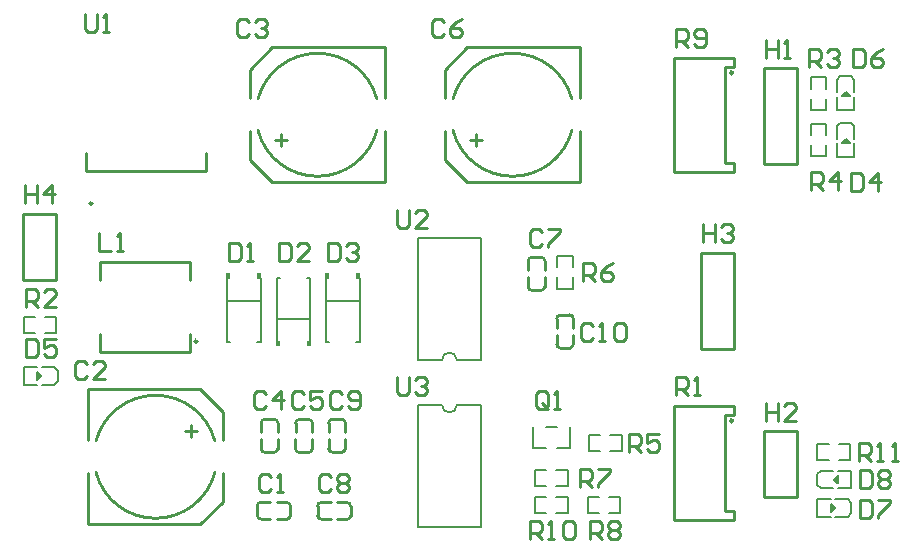
<source format=gto>
G04*
G04 #@! TF.GenerationSoftware,Altium Limited,Altium Designer,20.2.6 (244)*
G04*
G04 Layer_Color=65535*
%FSLAX24Y24*%
%MOIN*%
G70*
G04*
G04 #@! TF.SameCoordinates,601DEEF6-7E2B-4F85-A560-B3D03E394376*
G04*
G04*
G04 #@! TF.FilePolarity,Positive*
G04*
G01*
G75*
%ADD10C,0.0100*%
%ADD11C,0.0079*%
%ADD12C,0.0060*%
%ADD13C,0.0059*%
G36*
X20411Y37757D02*
X20543D01*
Y37577D01*
X20411D01*
Y37757D01*
D02*
G37*
G36*
X18768Y39843D02*
X18900D01*
Y40023D01*
X18768D01*
Y39843D01*
D02*
G37*
G36*
X19932D02*
X19800D01*
Y40023D01*
X19932D01*
Y39843D01*
D02*
G37*
G36*
X21574Y37757D02*
X21443D01*
Y37577D01*
X21574D01*
Y37757D01*
D02*
G37*
G36*
X22068Y39843D02*
X22200D01*
Y40023D01*
X22068D01*
Y39843D01*
D02*
G37*
G36*
X23232D02*
X23100D01*
Y40023D01*
X23232D01*
Y39843D01*
D02*
G37*
D10*
X21630Y35025D02*
G03*
X21508Y35147I-122J0D01*
G01*
X21193D02*
G03*
X21071Y35025I-0J-122D01*
G01*
X21505Y34047D02*
G03*
X21627Y34169I0J122D01*
G01*
X21068D02*
G03*
X21190Y34047I122J0D01*
G01*
X20480Y35025D02*
G03*
X20358Y35147I-122J0D01*
G01*
X20043D02*
G03*
X19921Y35025I-0J-122D01*
G01*
X20355Y34047D02*
G03*
X20477Y34169I0J122D01*
G01*
X19918D02*
G03*
X20040Y34047I122J0D01*
G01*
X29770Y37650D02*
G03*
X29892Y37528I122J0D01*
G01*
X30207D02*
G03*
X30329Y37650I0J122D01*
G01*
X29895Y38629D02*
G03*
X29773Y38507I-0J-122D01*
G01*
X30332D02*
G03*
X30210Y38629I-122J0D01*
G01*
X17800Y37750D02*
G03*
X17800Y37750I-50J0D01*
G01*
X23780Y45831D02*
G03*
X19820Y45831I-1980J-531D01*
G01*
Y44769D02*
G03*
X23780Y44769I1980J531D01*
G01*
X35650Y46700D02*
G03*
X35650Y46700I-50J0D01*
G01*
Y35100D02*
G03*
X35650Y35100I-50J0D01*
G01*
X14300Y42343D02*
G03*
X14300Y42343I-50J0D01*
G01*
X14420Y33369D02*
G03*
X18380Y33369I1980J531D01*
G01*
Y34431D02*
G03*
X14420Y34431I-1980J-531D01*
G01*
X22732Y35031D02*
G03*
X22610Y35153I-122J0D01*
G01*
X22295D02*
G03*
X22173Y35031I-0J-122D01*
G01*
X22607Y34053D02*
G03*
X22729Y34175I0J122D01*
G01*
X22170D02*
G03*
X22292Y34053I122J0D01*
G01*
X19919Y32382D02*
G03*
X19797Y32260I0J-122D01*
G01*
Y31945D02*
G03*
X19919Y31823I122J-0D01*
G01*
X20897Y32257D02*
G03*
X20775Y32379I-122J0D01*
G01*
Y31820D02*
G03*
X20897Y31942I0J122D01*
G01*
X22781Y31818D02*
G03*
X22903Y31940I0J122D01*
G01*
Y32255D02*
G03*
X22781Y32377I-122J0D01*
G01*
X21803Y31943D02*
G03*
X21925Y31821I122J-0D01*
G01*
Y32380D02*
G03*
X21803Y32258I0J-122D01*
G01*
X28818Y39569D02*
G03*
X28940Y39447I122J0D01*
G01*
X29255D02*
G03*
X29377Y39569I0J122D01*
G01*
X28943Y40547D02*
G03*
X28821Y40425I-0J-122D01*
G01*
X29380D02*
G03*
X29258Y40547I-122J0D01*
G01*
X30280Y45831D02*
G03*
X26320Y45831I-1980J-531D01*
G01*
Y44769D02*
G03*
X30280Y44769I1980J531D01*
G01*
X21627Y34169D02*
Y34484D01*
X21190Y34047D02*
X21505D01*
X21068Y34169D02*
Y34484D01*
X21630Y34710D02*
Y35025D01*
X21071Y34710D02*
Y35025D01*
X21193Y35147D02*
X21508D01*
X20477Y34169D02*
Y34484D01*
X20040Y34047D02*
X20355D01*
X19918Y34169D02*
Y34484D01*
X20480Y34710D02*
Y35025D01*
X19921Y34710D02*
Y35025D01*
X20043Y35147D02*
X20358D01*
X29773Y38192D02*
Y38507D01*
X29895Y38629D02*
X30210D01*
X30332Y38192D02*
Y38507D01*
X29770Y37650D02*
Y37965D01*
X30329Y37650D02*
Y37965D01*
X29892Y37528D02*
X30207D01*
X14550Y39800D02*
Y40400D01*
X17550Y39800D02*
Y40400D01*
Y37400D02*
Y38000D01*
X14550Y37400D02*
Y38000D01*
Y37400D02*
X17550D01*
X14550Y40400D02*
X17550D01*
X19550Y43800D02*
X20300Y43050D01*
X24050D01*
X19550Y45850D02*
Y46800D01*
X20300Y47550D01*
X24050D01*
Y43050D02*
Y44750D01*
X19550Y43800D02*
Y44750D01*
X24050Y45850D02*
Y47550D01*
X35400Y43700D02*
Y46900D01*
Y43700D02*
X35700D01*
X35400Y46900D02*
X35700D01*
Y47200D01*
Y43400D02*
Y43700D01*
X33700Y43400D02*
X35700D01*
X33700Y47200D02*
X35700D01*
X33700Y43400D02*
Y47200D01*
X12000Y42000D02*
X13100D01*
Y39800D02*
Y42000D01*
X12000Y39800D02*
Y42000D01*
Y39800D02*
X13100D01*
X35400Y32100D02*
Y35300D01*
Y32100D02*
X35700D01*
X35400Y35300D02*
X35700D01*
Y35600D01*
Y31800D02*
Y32100D01*
X33700Y31800D02*
X35700D01*
X33700Y35600D02*
X35700D01*
X33700Y31800D02*
Y35600D01*
X36700Y43650D02*
Y46850D01*
X37800Y43650D02*
Y46850D01*
X36700Y43650D02*
X37800D01*
X36700Y46850D02*
X37800D01*
X35700Y37500D02*
Y40700D01*
X34600Y37500D02*
Y40700D01*
X35700D01*
X34600Y37500D02*
X35700D01*
X36700Y34750D02*
X37800D01*
Y32550D02*
Y34750D01*
X36700Y32550D02*
Y34750D01*
Y32550D02*
X37800D01*
X14100Y43438D02*
Y44043D01*
Y43438D02*
X18100D01*
Y44043D01*
X17900Y36150D02*
X18650Y35400D01*
X14150Y36150D02*
X17900D01*
X18650Y32400D02*
Y33350D01*
X17900Y31650D02*
X18650Y32400D01*
X14150Y31650D02*
X17900D01*
X14150Y34450D02*
Y36150D01*
X18650Y34450D02*
Y35400D01*
X14150Y31650D02*
Y33350D01*
X22292Y34053D02*
X22607D01*
X22729Y34175D02*
Y34490D01*
X22170Y34175D02*
Y34490D01*
X22732Y34716D02*
Y35031D01*
X22295Y35153D02*
X22610D01*
X22173Y34716D02*
Y35031D01*
X20897Y31942D02*
Y32257D01*
X20460Y32379D02*
X20775D01*
X20460Y31820D02*
X20775D01*
X19919Y32382D02*
X20234D01*
X19797Y31945D02*
Y32260D01*
X19919Y31823D02*
X20234D01*
X21803Y31943D02*
Y32258D01*
X21925Y31821D02*
X22240D01*
X21925Y32380D02*
X22240D01*
X22466Y31818D02*
X22781D01*
X22903Y31940D02*
Y32255D01*
X22466Y32377D02*
X22781D01*
X28943Y40547D02*
X29258D01*
X28821Y40110D02*
Y40425D01*
X29380Y40110D02*
Y40425D01*
X28818Y39569D02*
Y39884D01*
X28940Y39447D02*
X29255D01*
X29377Y39569D02*
Y39884D01*
X26050Y43800D02*
X26800Y43050D01*
X30550D01*
X26050Y45850D02*
Y46800D01*
X26800Y47550D01*
X30550D01*
Y43050D02*
Y44750D01*
X26050Y43800D02*
Y44750D01*
X30550Y45850D02*
Y47550D01*
X21350Y36000D02*
X21250Y36100D01*
X21050D01*
X20950Y36000D01*
Y35600D01*
X21050Y35500D01*
X21250D01*
X21350Y35600D01*
X21950Y36100D02*
X21550D01*
Y35800D01*
X21750Y35900D01*
X21850D01*
X21950Y35800D01*
Y35600D01*
X21850Y35500D01*
X21650D01*
X21550Y35600D01*
X20100Y36000D02*
X20000Y36100D01*
X19800D01*
X19700Y36000D01*
Y35600D01*
X19800Y35500D01*
X20000D01*
X20100Y35600D01*
X20600Y35500D02*
Y36100D01*
X20300Y35800D01*
X20700D01*
X30650Y39750D02*
Y40350D01*
X30950D01*
X31050Y40250D01*
Y40050D01*
X30950Y39950D01*
X30650D01*
X30850D02*
X31050Y39750D01*
X31650Y40350D02*
X31450Y40250D01*
X31250Y40050D01*
Y39850D01*
X31350Y39750D01*
X31550D01*
X31650Y39850D01*
Y39950D01*
X31550Y40050D01*
X31250D01*
X31000Y38250D02*
X30900Y38350D01*
X30700D01*
X30600Y38250D01*
Y37850D01*
X30700Y37750D01*
X30900D01*
X31000Y37850D01*
X31200Y37750D02*
X31400D01*
X31300D01*
Y38350D01*
X31200Y38250D01*
X31700D02*
X31800Y38350D01*
X32000D01*
X32100Y38250D01*
Y37850D01*
X32000Y37750D01*
X31800D01*
X31700Y37850D01*
Y38250D01*
X29500Y35600D02*
Y36000D01*
X29400Y36100D01*
X29200D01*
X29100Y36000D01*
Y35600D01*
X29200Y35500D01*
X29400D01*
X29300Y35700D02*
X29500Y35500D01*
X29400D02*
X29500Y35600D01*
X29700Y35500D02*
X29900D01*
X29800D01*
Y36100D01*
X29700Y36000D01*
X32200Y34050D02*
Y34650D01*
X32500D01*
X32600Y34550D01*
Y34350D01*
X32500Y34250D01*
X32200D01*
X32400D02*
X32600Y34050D01*
X33200Y34650D02*
X32800D01*
Y34350D01*
X33000Y34450D01*
X33100D01*
X33200Y34350D01*
Y34150D01*
X33100Y34050D01*
X32900D01*
X32800Y34150D01*
X30900Y31150D02*
Y31750D01*
X31200D01*
X31300Y31650D01*
Y31450D01*
X31200Y31350D01*
X30900D01*
X31100D02*
X31300Y31150D01*
X31500Y31650D02*
X31600Y31750D01*
X31800D01*
X31900Y31650D01*
Y31550D01*
X31800Y31450D01*
X31900Y31350D01*
Y31250D01*
X31800Y31150D01*
X31600D01*
X31500Y31250D01*
Y31350D01*
X31600Y31450D01*
X31500Y31550D01*
Y31650D01*
X31600Y31450D02*
X31800D01*
X30550Y32900D02*
Y33500D01*
X30850D01*
X30950Y33400D01*
Y33200D01*
X30850Y33100D01*
X30550D01*
X30750D02*
X30950Y32900D01*
X31150Y33500D02*
X31550D01*
Y33400D01*
X31150Y33000D01*
Y32900D01*
X28900Y31150D02*
Y31750D01*
X29200D01*
X29300Y31650D01*
Y31450D01*
X29200Y31350D01*
X28900D01*
X29100D02*
X29300Y31150D01*
X29500D02*
X29700D01*
X29600D01*
Y31750D01*
X29500Y31650D01*
X30000D02*
X30100Y31750D01*
X30300D01*
X30400Y31650D01*
Y31250D01*
X30300Y31150D01*
X30100D01*
X30000Y31250D01*
Y31650D01*
X39900Y32450D02*
Y31850D01*
X40200D01*
X40300Y31950D01*
Y32350D01*
X40200Y32450D01*
X39900D01*
X40500D02*
X40900D01*
Y32350D01*
X40500Y31950D01*
Y31850D01*
X39900Y33450D02*
Y32850D01*
X40200D01*
X40300Y32950D01*
Y33350D01*
X40200Y33450D01*
X39900D01*
X40500Y33350D02*
X40600Y33450D01*
X40800D01*
X40900Y33350D01*
Y33250D01*
X40800Y33150D01*
X40900Y33050D01*
Y32950D01*
X40800Y32850D01*
X40600D01*
X40500Y32950D01*
Y33050D01*
X40600Y33150D01*
X40500Y33250D01*
Y33350D01*
X40600Y33150D02*
X40800D01*
X39850Y33750D02*
Y34350D01*
X40150D01*
X40250Y34250D01*
Y34050D01*
X40150Y33950D01*
X39850D01*
X40050D02*
X40250Y33750D01*
X40450D02*
X40650D01*
X40550D01*
Y34350D01*
X40450Y34250D01*
X40950Y33750D02*
X41150D01*
X41050D01*
Y34350D01*
X40950Y34250D01*
X38200Y46900D02*
Y47500D01*
X38500D01*
X38600Y47400D01*
Y47200D01*
X38500Y47100D01*
X38200D01*
X38400D02*
X38600Y46900D01*
X38800Y47400D02*
X38900Y47500D01*
X39100D01*
X39200Y47400D01*
Y47300D01*
X39100Y47200D01*
X39000D01*
X39100D01*
X39200Y47100D01*
Y47000D01*
X39100Y46900D01*
X38900D01*
X38800Y47000D01*
X39650Y47500D02*
Y46900D01*
X39950D01*
X40050Y47000D01*
Y47400D01*
X39950Y47500D01*
X39650D01*
X40650D02*
X40450Y47400D01*
X40250Y47200D01*
Y47000D01*
X40350Y46900D01*
X40550D01*
X40650Y47000D01*
Y47100D01*
X40550Y47200D01*
X40250D01*
X39600Y43350D02*
Y42750D01*
X39900D01*
X40000Y42850D01*
Y43250D01*
X39900Y43350D01*
X39600D01*
X40500Y42750D02*
Y43350D01*
X40200Y43050D01*
X40600D01*
X38250Y42800D02*
Y43400D01*
X38550D01*
X38650Y43300D01*
Y43100D01*
X38550Y43000D01*
X38250D01*
X38450D02*
X38650Y42800D01*
X39150D02*
Y43400D01*
X38850Y43100D01*
X39250D01*
X20400Y44450D02*
X20800D01*
X20600Y44650D02*
Y44250D01*
X17800Y34750D02*
X17400D01*
X17600Y34550D02*
Y34950D01*
X26900Y44450D02*
X27300D01*
X27100Y44650D02*
Y44250D01*
X24460Y36570D02*
Y36070D01*
X24560Y35970D01*
X24760D01*
X24860Y36070D01*
Y36570D01*
X25060Y36470D02*
X25160Y36570D01*
X25360D01*
X25460Y36470D01*
Y36370D01*
X25360Y36270D01*
X25260D01*
X25360D01*
X25460Y36170D01*
Y36070D01*
X25360Y35970D01*
X25160D01*
X25060Y36070D01*
X24460Y42120D02*
Y41620D01*
X24560Y41520D01*
X24760D01*
X24860Y41620D01*
Y42120D01*
X25460Y41520D02*
X25060D01*
X25460Y41920D01*
Y42020D01*
X25360Y42120D01*
X25160D01*
X25060Y42020D01*
X14045Y48645D02*
Y48145D01*
X14145Y48045D01*
X14345D01*
X14445Y48145D01*
Y48645D01*
X14645Y48045D02*
X14845D01*
X14745D01*
Y48645D01*
X14645Y48545D01*
X33745Y47545D02*
Y48145D01*
X34045D01*
X34145Y48045D01*
Y47845D01*
X34045Y47745D01*
X33745D01*
X33945D02*
X34145Y47545D01*
X34345Y47645D02*
X34445Y47545D01*
X34645D01*
X34745Y47645D01*
Y48045D01*
X34645Y48145D01*
X34445D01*
X34345Y48045D01*
Y47945D01*
X34445Y47845D01*
X34745D01*
X12070Y38890D02*
Y39490D01*
X12370D01*
X12470Y39390D01*
Y39190D01*
X12370Y39090D01*
X12070D01*
X12270D02*
X12470Y38890D01*
X13070D02*
X12670D01*
X13070Y39290D01*
Y39390D01*
X12970Y39490D01*
X12770D01*
X12670Y39390D01*
X33745Y35945D02*
Y36545D01*
X34045D01*
X34145Y36445D01*
Y36245D01*
X34045Y36145D01*
X33745D01*
X33945D02*
X34145Y35945D01*
X34345D02*
X34545D01*
X34445D01*
Y36545D01*
X34345Y36445D01*
X14520Y41350D02*
Y40750D01*
X14920D01*
X15120D02*
X15320D01*
X15220D01*
Y41350D01*
X15120Y41250D01*
X12050Y42950D02*
Y42350D01*
Y42650D01*
X12450D01*
Y42950D01*
Y42350D01*
X12950D02*
Y42950D01*
X12650Y42650D01*
X13050D01*
X34655Y41645D02*
Y41045D01*
Y41345D01*
X35055D01*
Y41645D01*
Y41045D01*
X35255Y41545D02*
X35355Y41645D01*
X35555D01*
X35655Y41545D01*
Y41445D01*
X35555Y41345D01*
X35455D01*
X35555D01*
X35655Y41245D01*
Y41145D01*
X35555Y41045D01*
X35355D01*
X35255Y41145D01*
X36750Y35700D02*
Y35100D01*
Y35400D01*
X37150D01*
Y35700D01*
Y35100D01*
X37750D02*
X37350D01*
X37750Y35500D01*
Y35600D01*
X37650Y35700D01*
X37450D01*
X37350Y35600D01*
X36750Y47800D02*
Y47200D01*
Y47500D01*
X37150D01*
Y47800D01*
Y47200D01*
X37350D02*
X37550D01*
X37450D01*
Y47800D01*
X37350Y47700D01*
X12070Y37820D02*
Y37220D01*
X12370D01*
X12470Y37320D01*
Y37720D01*
X12370Y37820D01*
X12070D01*
X13070D02*
X12670D01*
Y37520D01*
X12870Y37620D01*
X12970D01*
X13070Y37520D01*
Y37320D01*
X12970Y37220D01*
X12770D01*
X12670Y37320D01*
X22160Y41040D02*
Y40440D01*
X22460D01*
X22560Y40540D01*
Y40940D01*
X22460Y41040D01*
X22160D01*
X22760Y40940D02*
X22860Y41040D01*
X23060D01*
X23160Y40940D01*
Y40840D01*
X23060Y40740D01*
X22960D01*
X23060D01*
X23160Y40640D01*
Y40540D01*
X23060Y40440D01*
X22860D01*
X22760Y40540D01*
X20513Y41040D02*
Y40440D01*
X20813D01*
X20913Y40540D01*
Y40940D01*
X20813Y41040D01*
X20513D01*
X21513Y40440D02*
X21113D01*
X21513Y40840D01*
Y40940D01*
X21413Y41040D01*
X21213D01*
X21113Y40940D01*
X18860Y41040D02*
Y40440D01*
X19160D01*
X19260Y40540D01*
Y40940D01*
X19160Y41040D01*
X18860D01*
X19460Y40440D02*
X19660D01*
X19560D01*
Y41040D01*
X19460Y40940D01*
X22620Y36000D02*
X22520Y36100D01*
X22320D01*
X22220Y36000D01*
Y35600D01*
X22320Y35500D01*
X22520D01*
X22620Y35600D01*
X22820D02*
X22920Y35500D01*
X23120D01*
X23220Y35600D01*
Y36000D01*
X23120Y36100D01*
X22920D01*
X22820Y36000D01*
Y35900D01*
X22920Y35800D01*
X23220D01*
X22254Y33230D02*
X22154Y33330D01*
X21954D01*
X21854Y33230D01*
Y32830D01*
X21954Y32730D01*
X22154D01*
X22254Y32830D01*
X22454Y33230D02*
X22554Y33330D01*
X22754D01*
X22854Y33230D01*
Y33130D01*
X22754Y33030D01*
X22854Y32930D01*
Y32830D01*
X22754Y32730D01*
X22554D01*
X22454Y32830D01*
Y32930D01*
X22554Y33030D01*
X22454Y33130D01*
Y33230D01*
X22554Y33030D02*
X22754D01*
X29270Y41400D02*
X29170Y41500D01*
X28970D01*
X28870Y41400D01*
Y41000D01*
X28970Y40900D01*
X29170D01*
X29270Y41000D01*
X29470Y41500D02*
X29870D01*
Y41400D01*
X29470Y41000D01*
Y40900D01*
X26005Y48405D02*
X25905Y48505D01*
X25705D01*
X25605Y48405D01*
Y48005D01*
X25705Y47905D01*
X25905D01*
X26005Y48005D01*
X26605Y48505D02*
X26405Y48405D01*
X26205Y48205D01*
Y48005D01*
X26305Y47905D01*
X26505D01*
X26605Y48005D01*
Y48105D01*
X26505Y48205D01*
X26205D01*
X19505Y48405D02*
X19405Y48505D01*
X19205D01*
X19105Y48405D01*
Y48005D01*
X19205Y47905D01*
X19405D01*
X19505Y48005D01*
X19705Y48405D02*
X19805Y48505D01*
X20005D01*
X20105Y48405D01*
Y48305D01*
X20005Y48205D01*
X19905D01*
X20005D01*
X20105Y48105D01*
Y48005D01*
X20005Y47905D01*
X19805D01*
X19705Y48005D01*
X14110Y37000D02*
X14010Y37100D01*
X13810D01*
X13710Y37000D01*
Y36600D01*
X13810Y36500D01*
X14010D01*
X14110Y36600D01*
X14710Y36500D02*
X14310D01*
X14710Y36900D01*
Y37000D01*
X14610Y37100D01*
X14410D01*
X14310Y37000D01*
X20245Y33235D02*
X20145Y33335D01*
X19945D01*
X19845Y33235D01*
Y32835D01*
X19945Y32735D01*
X20145D01*
X20245Y32835D01*
X20445Y32735D02*
X20645D01*
X20545D01*
Y33335D01*
X20445Y33235D01*
D11*
X25950Y35628D02*
G03*
X26450Y35628I250J0D01*
G01*
Y37122D02*
G03*
X25950Y37122I-250J0D01*
G01*
X27243Y31572D02*
Y35628D01*
X25157Y31572D02*
Y35628D01*
Y31572D02*
X27243D01*
X26450Y35628D02*
X27243D01*
X25157D02*
X25950D01*
X25157Y37122D02*
Y41178D01*
X27243Y37122D02*
Y41178D01*
X25157D02*
X27243D01*
X25157Y37122D02*
X25950D01*
X26450D02*
X27243D01*
D12*
X29790Y39505D02*
Y39882D01*
Y39505D02*
X30310D01*
Y39882D01*
X29790Y40218D02*
Y40595D01*
X30310D01*
Y40218D02*
Y40595D01*
X28995Y34205D02*
Y34895D01*
Y34205D02*
X29405D01*
X30205D02*
Y34895D01*
X29795Y34205D02*
X30205D01*
X29421Y34895D02*
X29779D01*
X30855Y34610D02*
X31232D01*
X30855Y34090D02*
Y34610D01*
Y34090D02*
X31232D01*
X31568Y34610D02*
X31945D01*
Y34090D02*
Y34610D01*
X31568Y34090D02*
X31945D01*
X30805Y32560D02*
X31182D01*
X30805Y32040D02*
Y32560D01*
Y32040D02*
X31182D01*
X31518Y32560D02*
X31895D01*
Y32040D02*
Y32560D01*
X31518Y32040D02*
X31895D01*
X29055Y33460D02*
X29432D01*
X29055Y32940D02*
Y33460D01*
Y32940D02*
X29432D01*
X29768Y33460D02*
X30145D01*
Y32940D02*
Y33460D01*
X29768Y32940D02*
X30145D01*
X29055Y32560D02*
X29432D01*
X29055Y32040D02*
Y32560D01*
Y32040D02*
X29432D01*
X29768Y32560D02*
X30145D01*
Y32040D02*
Y32560D01*
X29768Y32040D02*
X30145D01*
X38464Y34310D02*
X38842D01*
X38464Y33790D02*
Y34310D01*
Y33790D02*
X38842D01*
X39177Y34310D02*
X39555D01*
Y33790D02*
Y34310D01*
X39177Y33790D02*
X39555D01*
X38760Y46169D02*
Y46547D01*
X38240D02*
X38760D01*
X38240Y46169D02*
Y46547D01*
X38760Y45456D02*
Y45834D01*
X38240Y45456D02*
X38760D01*
X38240D02*
Y45834D01*
Y43914D02*
Y44292D01*
Y43914D02*
X38760D01*
Y44292D01*
X38240Y44627D02*
Y45005D01*
X38760D01*
Y44627D02*
Y45005D01*
X21443Y39873D02*
X21545D01*
X20441D02*
X20543D01*
X21545Y37727D02*
Y39873D01*
X20441Y37727D02*
Y39873D01*
X20448Y38500D02*
X21552D01*
X18798Y37727D02*
X18900D01*
X19800D02*
X19902D01*
X18798D02*
Y39873D01*
X19902Y37727D02*
Y39873D01*
X18791Y39100D02*
X19895D01*
X22098Y37727D02*
X22200D01*
X23100D02*
X23202D01*
X22098D02*
Y39873D01*
X23202Y37727D02*
Y39873D01*
X22091Y39100D02*
X23195D01*
X12005Y38560D02*
X12382D01*
X12005Y38040D02*
Y38560D01*
Y38040D02*
X12382D01*
X12718Y38560D02*
X13095D01*
Y38040D02*
Y38560D01*
X12718Y38040D02*
X13095D01*
D13*
X38924Y32327D02*
X38928D01*
X39058Y32197D01*
X38924Y32060D02*
Y32064D01*
X39058Y32197D01*
X38924Y32060D02*
Y32327D01*
X38464Y31902D02*
X38916D01*
X38464Y32493D02*
X38916D01*
X38464Y31902D02*
Y32485D01*
X39066Y32494D02*
X39479D01*
X39597Y32336D02*
Y32376D01*
X39479Y32494D02*
X39597Y32376D01*
Y32061D02*
Y32336D01*
Y32021D02*
Y32061D01*
X39479Y31903D02*
X39597Y32021D01*
X39066Y31903D02*
X39479D01*
X38924Y32197D02*
X39058D01*
X39133Y33012D02*
X39137D01*
X39003Y33142D02*
X39133Y33012D01*
X39137Y33276D02*
Y33280D01*
X39003Y33142D02*
X39137Y33276D01*
Y33012D02*
Y33280D01*
X39145Y33437D02*
X39597D01*
X39145Y32847D02*
X39597D01*
Y32855D02*
Y33437D01*
X38582Y32846D02*
X38995D01*
X38464Y32964D02*
Y33003D01*
Y32964D02*
X38582Y32846D01*
X38464Y33003D02*
Y33279D01*
Y33318D01*
X38582Y33436D01*
X38995D01*
X39003Y33142D02*
X39137D01*
X39273Y45913D02*
Y45917D01*
X39403Y46047D01*
X39536Y45913D02*
X39540D01*
X39403Y46047D02*
X39536Y45913D01*
X39273D02*
X39540D01*
X39698Y45453D02*
Y45905D01*
X39107Y45453D02*
Y45905D01*
X39115Y45453D02*
X39698D01*
X39106Y46055D02*
Y46468D01*
X39224Y46586D02*
X39264D01*
X39106Y46468D02*
X39224Y46586D01*
X39264D02*
X39539D01*
X39579D01*
X39697Y46468D01*
Y46055D02*
Y46468D01*
X39403Y45913D02*
Y46047D01*
X39273Y44363D02*
Y44367D01*
X39403Y44497D01*
X39536Y44363D02*
X39540D01*
X39403Y44497D02*
X39536Y44363D01*
X39273D02*
X39540D01*
X39698Y43903D02*
Y44355D01*
X39107Y43903D02*
Y44355D01*
X39115Y43903D02*
X39698D01*
X39106Y44505D02*
Y44918D01*
X39224Y45036D02*
X39264D01*
X39106Y44918D02*
X39224Y45036D01*
X39264D02*
X39539D01*
X39579D01*
X39697Y44918D01*
Y44505D02*
Y44918D01*
X39403Y44363D02*
Y44497D01*
X12463Y36597D02*
X12597D01*
X12605Y36303D02*
X13018D01*
X13136Y36421D01*
Y36461D01*
Y36736D01*
X13018Y36894D02*
X13136Y36776D01*
Y36736D02*
Y36776D01*
X12605Y36894D02*
X13018D01*
X12003Y36302D02*
Y36885D01*
Y36893D02*
X12455D01*
X12003Y36302D02*
X12455D01*
X12463Y36460D02*
Y36727D01*
Y36464D02*
X12597Y36597D01*
X12463Y36460D02*
Y36464D01*
X12467Y36727D02*
X12597Y36597D01*
X12463Y36727D02*
X12467D01*
M02*

</source>
